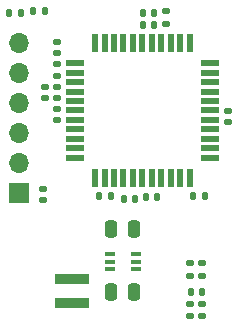
<source format=gbr>
%TF.GenerationSoftware,KiCad,Pcbnew,6.0.11-2627ca5db0~126~ubuntu22.04.1*%
%TF.CreationDate,2024-02-09T09:05:25+01:00*%
%TF.ProjectId,HB_Stamp_ATMega1284P_FUEL4EP,48425f53-7461-46d7-905f-41544d656761,1.3*%
%TF.SameCoordinates,Original*%
%TF.FileFunction,Paste,Top*%
%TF.FilePolarity,Positive*%
%FSLAX46Y46*%
G04 Gerber Fmt 4.6, Leading zero omitted, Abs format (unit mm)*
G04 Created by KiCad (PCBNEW 6.0.11-2627ca5db0~126~ubuntu22.04.1) date 2024-02-09 09:05:25*
%MOMM*%
%LPD*%
G01*
G04 APERTURE LIST*
G04 Aperture macros list*
%AMRoundRect*
0 Rectangle with rounded corners*
0 $1 Rounding radius*
0 $2 $3 $4 $5 $6 $7 $8 $9 X,Y pos of 4 corners*
0 Add a 4 corners polygon primitive as box body*
4,1,4,$2,$3,$4,$5,$6,$7,$8,$9,$2,$3,0*
0 Add four circle primitives for the rounded corners*
1,1,$1+$1,$2,$3*
1,1,$1+$1,$4,$5*
1,1,$1+$1,$6,$7*
1,1,$1+$1,$8,$9*
0 Add four rect primitives between the rounded corners*
20,1,$1+$1,$2,$3,$4,$5,0*
20,1,$1+$1,$4,$5,$6,$7,0*
20,1,$1+$1,$6,$7,$8,$9,0*
20,1,$1+$1,$8,$9,$2,$3,0*%
G04 Aperture macros list end*
%ADD10RoundRect,0.147500X-0.172500X0.147500X-0.172500X-0.147500X0.172500X-0.147500X0.172500X0.147500X0*%
%ADD11RoundRect,0.140000X0.170000X-0.140000X0.170000X0.140000X-0.170000X0.140000X-0.170000X-0.140000X0*%
%ADD12RoundRect,0.135000X0.185000X-0.135000X0.185000X0.135000X-0.185000X0.135000X-0.185000X-0.135000X0*%
%ADD13RoundRect,0.140000X-0.140000X-0.170000X0.140000X-0.170000X0.140000X0.170000X-0.140000X0.170000X0*%
%ADD14RoundRect,0.135000X-0.135000X-0.185000X0.135000X-0.185000X0.135000X0.185000X-0.135000X0.185000X0*%
%ADD15RoundRect,0.250000X-0.250000X-0.475000X0.250000X-0.475000X0.250000X0.475000X-0.250000X0.475000X0*%
%ADD16RoundRect,0.140000X0.140000X0.170000X-0.140000X0.170000X-0.140000X-0.170000X0.140000X-0.170000X0*%
%ADD17R,3.000000X0.900000*%
%ADD18R,0.900000X0.400000*%
%ADD19R,0.550000X1.500000*%
%ADD20R,1.500000X0.550000*%
%ADD21RoundRect,0.140000X-0.170000X0.140000X-0.170000X-0.140000X0.170000X-0.140000X0.170000X0.140000X0*%
%ADD22R,1.700000X1.700000*%
%ADD23O,1.700000X1.700000*%
%ADD24RoundRect,0.135000X0.135000X0.185000X-0.135000X0.185000X-0.135000X-0.185000X0.135000X-0.185000X0*%
%ADD25RoundRect,0.147500X0.172500X-0.147500X0.172500X0.147500X-0.172500X0.147500X-0.172500X-0.147500X0*%
%ADD26RoundRect,0.147500X0.147500X0.172500X-0.147500X0.172500X-0.147500X-0.172500X0.147500X-0.172500X0*%
G04 APERTURE END LIST*
D10*
%TO.C,D1*%
X4953000Y23980000D03*
X4953000Y23010000D03*
%TD*%
D11*
%TO.C,C1*%
X3810000Y10569000D03*
X3810000Y11529000D03*
%TD*%
D12*
%TO.C,R4*%
X4951000Y21080000D03*
X4951000Y22100000D03*
%TD*%
%TO.C,R1*%
X14224000Y25525000D03*
X14224000Y26545000D03*
%TD*%
D13*
%TO.C,C2*%
X12506000Y10829000D03*
X13466000Y10829000D03*
%TD*%
D11*
%TO.C,C4*%
X19429000Y17173000D03*
X19429000Y18133000D03*
%TD*%
D13*
%TO.C,C6*%
X12220000Y25400000D03*
X13180000Y25400000D03*
%TD*%
%TO.C,C8*%
X10601000Y10702000D03*
X11561000Y10702000D03*
%TD*%
D14*
%TO.C,R2*%
X8539000Y10956000D03*
X9559000Y10956000D03*
%TD*%
D12*
%TO.C,R6*%
X16256000Y4189000D03*
X16256000Y5209000D03*
%TD*%
D15*
%TO.C,C5*%
X9575000Y2810000D03*
X11475000Y2810000D03*
%TD*%
D11*
%TO.C,C11*%
X4953000Y19205000D03*
X4953000Y20165000D03*
%TD*%
%TO.C,C12*%
X3937000Y19205000D03*
X3937000Y20165000D03*
%TD*%
D16*
%TO.C,C13*%
X3909000Y26543000D03*
X2949000Y26543000D03*
%TD*%
D17*
%TO.C,L1*%
X6207000Y1821000D03*
X6207000Y3921000D03*
%TD*%
D18*
%TO.C,U2*%
X11625000Y4700000D03*
X11625000Y5350000D03*
X11625000Y6000000D03*
X9425000Y6000000D03*
X9425000Y5350000D03*
X9425000Y4700000D03*
%TD*%
D15*
%TO.C,C9*%
X9575000Y8144000D03*
X11475000Y8144000D03*
%TD*%
D19*
%TO.C,U1*%
X16190000Y23861000D03*
X15390000Y23861000D03*
X14590000Y23861000D03*
X13790000Y23861000D03*
X12990000Y23861000D03*
X12190000Y23861000D03*
X11390000Y23861000D03*
X10590000Y23861000D03*
X9790000Y23861000D03*
X8990000Y23861000D03*
X8190000Y23861000D03*
D20*
X6490000Y22161000D03*
X6490000Y21361000D03*
X6490000Y20561000D03*
X6490000Y19761000D03*
X6490000Y18961000D03*
X6490000Y18161000D03*
X6490000Y17361000D03*
X6490000Y16561000D03*
X6490000Y15761000D03*
X6490000Y14961000D03*
X6490000Y14161000D03*
D19*
X8190000Y12461000D03*
X8990000Y12461000D03*
X9790000Y12461000D03*
X10590000Y12461000D03*
X11390000Y12461000D03*
X12190000Y12461000D03*
X12990000Y12461000D03*
X13790000Y12461000D03*
X14590000Y12461000D03*
X15390000Y12461000D03*
X16190000Y12461000D03*
D20*
X17890000Y14161000D03*
X17890000Y14961000D03*
X17890000Y15761000D03*
X17890000Y16561000D03*
X17890000Y17361000D03*
X17890000Y18161000D03*
X17890000Y18961000D03*
X17890000Y19761000D03*
X17890000Y20561000D03*
X17890000Y21361000D03*
X17890000Y22161000D03*
%TD*%
D16*
%TO.C,C3*%
X13180000Y26416000D03*
X12220000Y26416000D03*
%TD*%
D21*
%TO.C,C14*%
X17272000Y1750000D03*
X17272000Y790000D03*
%TD*%
%TO.C,C7*%
X4985000Y18294000D03*
X4985000Y17334000D03*
%TD*%
D22*
%TO.C,J2*%
X1778000Y11176000D03*
D23*
X1778000Y13716000D03*
X1778000Y16256000D03*
X1778000Y18796000D03*
X1778000Y21336000D03*
X1778000Y23876000D03*
%TD*%
D24*
%TO.C,R3*%
X17528000Y10922000D03*
X16508000Y10922000D03*
%TD*%
D25*
%TO.C,FB1*%
X16256000Y785000D03*
X16256000Y1755000D03*
%TD*%
D12*
%TO.C,R5*%
X17272000Y4189000D03*
X17272000Y5209000D03*
%TD*%
D26*
%TO.C,L2*%
X1882000Y26416000D03*
X912000Y26416000D03*
%TD*%
D13*
%TO.C,C10*%
X16284000Y2794000D03*
X17244000Y2794000D03*
%TD*%
M02*

</source>
